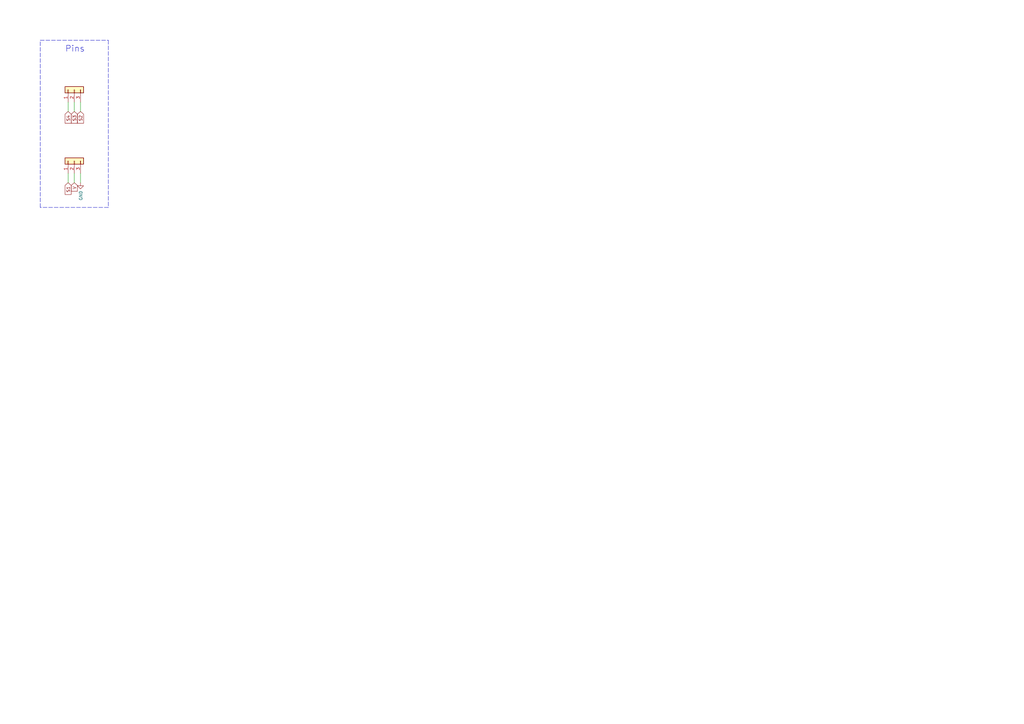
<source format=kicad_sch>
(kicad_sch (version 20250114) (generator "eeschema") (generator_version "9.0")
  (paper "A3")
  (title_block (title "PRODUCT NAME"))
  (lib_symbols
    (symbol "Connector_Generic:Conn_01x03" (pin_names (offset 1.016) (hide yes))
      (property "Reference" "J" (at 0 5.08 0))
      (property "Value" "Conn_01x03" (at 0 -5.08 0))
      (symbol "Conn_01x03_1_1"
        (rectangle (start -1.27 3.81) (end 1.27 -3.81) (stroke (width 0.254)) (fill (type background)))
        (rectangle (start -1.27 2.667) (end 0 2.413) (stroke (width 0.1524)))
        (rectangle (start -1.27 0.127) (end 0 -0.127) (stroke (width 0.1524)))
        (rectangle (start -1.27 -2.413) (end 0 -2.667) (stroke (width 0.1524)))
        (pin passive line (at -5.08 2.54 0) (length 3.81) (name "Pin_1") (number "1"))
        (pin passive line (at -5.08 0 0) (length 3.81) (name "Pin_2") (number "2"))
        (pin passive line (at -5.08 -2.54 0) (length 3.81) (name "Pin_3") (number "3"))
      )
    )
    (symbol "power:GND" (power) (pin_names (offset 0))
      (property "Value" "GND" (at 0 -3.81 0))
      (symbol "GND_0_1"
        (polyline (pts (xy 0 0) (xy 0 -1.27) (xy 1.27 -1.27) (xy 0 -2.54) (xy -1.27 -1.27) (xy 0 -1.27)))
      )
      (symbol "GND_1_1"
        (pin power_in line (at 0 0 270) (length 0) (hide yes) (name "GND") (number "1"))
      )
    )
  )
  (text "Pins" (at 26.67 21.59 0) (effects (font (size 2.5 2.5)) (justify left bottom)))
  (wire (pts (xy 33.02 45.72) (xy 33.02 41.91)))
  (polyline (pts (xy 44.45 85.09) (xy 16.51 85.09)) (stroke (width 0) (type dash)))
  (wire (pts (xy 27.94 45.72) (xy 27.94 41.91)))
  (wire (pts (xy 27.94 74.93) (xy 27.94 71.12)))
  (polyline (pts (xy 44.45 16.51) (xy 44.45 85.09)) (stroke (width 0) (type dash)))
  (wire (pts (xy 33.02 74.93) (xy 33.02 71.12)))
  (wire (pts (xy 30.48 74.93) (xy 30.48 71.12)))
  (polyline (pts (xy 16.51 85.09) (xy 16.51 16.51)) (stroke (width 0) (type dash)))
  (polyline (pts (xy 16.51 16.51) (xy 44.45 16.51)) (stroke (width 0) (type dash)))
  (wire (pts (xy 30.48 45.72) (xy 30.48 41.91)))
  (global_label "S1" (shape input) (at 27.94 74.93 270) (property "Intersheetrefs" "${INTERSHEET_REFS}" (effects (hide yes))))
  (global_label "S2" (shape input) (at 33.02 45.72 270) (property "Intersheetrefs" "${INTERSHEET_REFS}" (effects (hide yes))))
  (global_label "V" (shape input) (at 30.48 74.93 270) (property "Intersheetrefs" "${INTERSHEET_REFS}" (effects (hide yes))))
  (global_label "S4" (shape input) (at 27.94 45.72 270) (property "Intersheetrefs" "${INTERSHEET_REFS}" (effects (hide yes))))
  (global_label "S3" (shape input) (at 30.48 45.72 270) (property "Intersheetrefs" "${INTERSHEET_REFS}" (effects (hide yes))))
  (symbol (lib_id "Connector_Generic:Conn_01x03") (at 30.48 36.83 90) (unit 1)
    (property "Reference" "J1" (effects (hide yes)))
    (property "Value" "UP (A)" (effects (hide yes)))
    (property "Footprint" "Connector_PinSocket_2.54mm:PinSocket_1x03_P2.54mm_Vertical" (effects (hide yes)))
  )
  (symbol (lib_id "Connector_Generic:Conn_01x03") (at 30.48 66.04 90) (unit 1)
    (property "Reference" "J2" (effects (hide yes)))
    (property "Value" "DOWN (A)" (effects (hide yes)))
    (property "Footprint" "Connector_PinSocket_2.54mm:PinSocket_1x03_P2.54mm_Vertical" (effects (hide yes)))
  )
  (symbol (lib_id "power:GND") (at 33.02 74.93 0) (unit 1)
    (property "Reference" "#PWR01" (effects (hide yes)))
    (property "Value" "GND" (at 33.147 78.1812 90) (effects (justify right)))
  )
)
</source>
